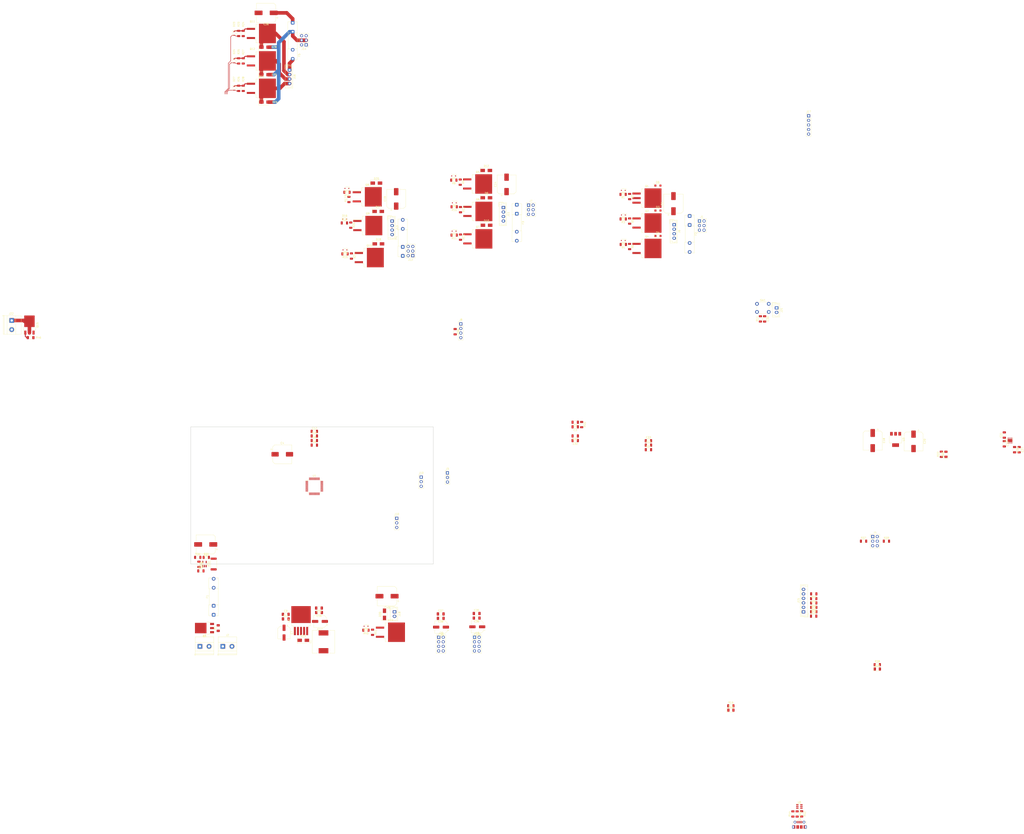
<source format=kicad_pcb>
(kicad_pcb (version 20211014) (generator pcbnew)
  (layers (0 "F.Cu" signal) (31 "B.Cu" signal) (34 "B.Paste" user) (35 "F.Paste" user) (36 "B.SilkS" user "B.Silkscreen") (37 "F.SilkS" user "F.Silkscreen") (38 "B.Mask" user) (39 "F.Mask" user) (44 "Edge.Cuts" user))
  (net 0 "")
  (net 1 "Vss")
  (net 2 "CURR_SENSE")
  (net 3 "+3V3")
  (net 4 "Net-(D13-Pad1)")
  (net 5 "Net-(D1-Pad1)")
  (net 6 "Net-(D6-Pad1)")
  (net 7 "Net-(D2-Pad1)")
  (net 8 "Net-(D3-Pad1)")
  (net 9 "Net-(Q3-Pad1)")
  (net 10 "Net-(J3-Pad1)")
  (net 11 "Net-(F1-Pad1)")
  (net 12 "Net-(D5-Pad1)")
  (net 13 "Net-(D4-Pad1)")
  (net 14 "Net-(D7-Pad1)")
  (net 15 "Net-(D12-Pad1)")
  (net 16 "Net-(D8-Pad1)")
  (net 17 "Net-(D9-Pad1)")
  (net 18 "Net-(D11-Pad1)")
  (net 19 "Net-(D10-Pad1)")
  (net 20 "Net-(D14-Pad1)")
  (net 21 "Net-(D20-Pad1)")
  (net 22 "Net-(D16-Pad1)")
  (net 23 "Net-(D17-Pad1)")
  (net 24 "Net-(D19-Pad1)")
  (net 25 "Net-(D18-Pad1)")
  (net 26 "Net-(D23-Pad1)")
  (net 27 "Net-(D28-Pad1)")
  (net 28 "Net-(D24-Pad1)")
  (net 29 "Net-(D25-Pad1)")
  (net 30 "Net-(D27-Pad1)")
  (net 31 "Net-(D26-Pad1)")
  (net 33 "STATUS_LED")
  (net 34 "Net-(D31-Pad1)")
  (net 35 "Net-(D30-Pad1)")
  (net 36 "OSC32_IN")
  (net 37 "OSC32_OUT")
  (net 38 "OSC_IN")
  (net 39 "OSC_OUT")
  (net 40 "RESET")
  (net 41 "PWM_4_GREEN")
  (net 42 "PWM_2_BLUE")
  (net 43 "VDDA")
  (net 44 "PWM_2_GREEN")
  (net 45 "VS_SENSE")
  (net 46 "PWM_4_RED")
  (net 47 "PWM_1_BLUE")
  (net 48 "PWM_1_RED")
  (net 49 "PWM_1_GREEN")
  (net 50 "BOOT1")
  (net 51 "/STM32_SCL2")
  (net 52 "/STM32_SDA2")
  (net 53 "FAN_SIG")
  (net 55 "BUTTON_1")
  (net 56 "BUTTON_2")
  (net 57 "BUTTON_3")
  (net 58 "BUTTON_4")
  (net 59 "/STM32_TX1")
  (net 60 "/STM32_RX1")
  (net 61 "PWR_5V")
  (net 62 "Net-(J8-Pad2)")
  (net 63 "CONN_1_5V")
  (net 64 "CONN_4_5V")
  (net 65 "Net-(J8-Pad3)")
  (net 66 "Net-(D15-Pad2)")
  (net 70 "PWM_3_GREEN")
  (net 71 "PWM_3_RED")
  (net 72 "BOOT0")
  (net 73 "PWM_3_BLUE")
  (net 74 "PWM_4_BLUE")
  (net 75 "CONN_2_5V")
  (net 76 "Net-(C20-Pad1)")
  (net 77 "CONN_3_5V")
  (net 78 "STM32_USB_MICRO+")
  (net 79 "STM32_USB_MICRO-")
  (net 80 "Net-(D29-Pad2)")
  (net 81 "/D-")
  (net 82 "/D+")
  (net 83 "Net-(F1-Pad2)")
  (net 84 "+5V")
  (net 85 "Net-(D22-Pad2)")
  (net 86 "Net-(J4-Pad3)")
  (net 87 "Net-(J4-Pad4)")
  (net 89 "Net-(J2-Pad1)")
  (net 90 "USB_VBUS")
  (net 92 "/STM32_USB-")
  (net 93 "/STM32_USB+")
  (net 94 "PWM_2_RED")
  (net 96 "Net-(FB1-Pad1)")
  (net 97 "GND")
  (net 98 "Net-(J6-Pad1)")
  (net 99 "Net-(J11-Pad1)")
  (net 100 "Net-(J13-Pad1)")
  (net 101 "Net-(J16-Pad1)")
  (net 102 "EXT_5V")
  (net 103 "Net-(J22-Pad1)")
  (net 104 "Net-(Q15-Pad1)")
  (footprint "TerminalBlock_Phoenix:TerminalBlock_Phoenix_MKDS-1,5-2-5.08_1x02_P5.08mm_Horizontal" (layer "F.Cu") (at 45.72 157.48)
    (fp_text reference "J2")
    (fp_text value "Screw_Terminal_01x02")
  )
  (footprint "Capacitor_SMD:C_1206_3216Metric" (layer "F.Cu") (at 96.52 45.72)
    (fp_text reference "C6")
    (fp_text value "100nF")
  )
  (footprint "Package_TO_SOT_SMD:TO-263-2" (layer "F.Cu") (at 281.105 -63.5)
    (fp_text reference "Q4")
    (fp_text value "IRF510N")
  )
  (footprint "Connector_JST:JST_EH_B2B-EH-A_1x02_P2.50mm_Vertical" (layer "F.Cu") (at 353.06 -30.48 -90)
    (fp_text reference "J21")
    (fp_text value "Conn_01x02_Female")
  )
  (footprint "Capacitor_SMD:CP_Elec_10x10.5" (layer "F.Cu") (at 136.858342 129.606862 180)
    (fp_text reference "C40")
    (fp_text value "100uF")
  )
  (footprint "Diode_SMD:D_SMA" (layer "F.Cu") (at 135.455847 139.692293 90)
    (fp_text reference "D30")
    (fp_text value "1N5001")
  )
  (footprint "Resistor_SMD:R_1206_3216Metric" (layer "F.Cu") (at 364.462358 250.54887 -90)
    (fp_text reference "R43")
    (fp_text value "20R")
  )
  (footprint "Diode_SMD:D_SOD-323" (layer "F.Cu") (at 268.041909 -82.062232 180)
    (fp_text reference "D2")
    (fp_text value "1N4148")
  )
  (footprint "Package_TO_SOT_SMD:TO-263-2" (layer "F.Cu") (at 67.11 -152.4)
    (fp_text reference "Q13")
    (fp_text value "IRF510N")
  )
  (footprint "Diode_SMD:D_SMA" (layer "F.Cu") (at 191.947314 -106.805731)
    (fp_text reference "D12")
    (fp_text value "1N4001")
  )
  (footprint "Resistor_SMD:R_1206_3216Metric" (layer "F.Cu") (at 344.083321 -24.381504 90)
    (fp_text reference "R14")
    (fp_text value "10K")
  )
  (footprint "Resistor_SMD:R_1206_3216Metric" (layer "F.Cu") (at 271.475844 -64.564884 -90)
    (fp_text reference "R6")
    (fp_text value "100K")
  )
  (footprint "Diode_SMD:D_SMA" (layer "F.Cu") (at 69.13 -175.26)
    (fp_text reference "D28")
    (fp_text value "1N4001")
  )
  (footprint "Resistor_SMD:R_1206_3216Metric" (layer "F.Cu") (at 401.32 99.06)
    (fp_text reference "R37")
    (fp_text value "100K")
  )
  (footprint "Resistor_SMD:R_1206_3216Metric" (layer "F.Cu") (at 36.548299 108.06136)
    (fp_text reference "R35")
    (fp_text value "1M")
  )
  (footprint "Package_TO_SOT_SMD:TO-263-3_TabPin2" (layer "F.Cu") (at 281.105 -91.44)
    (fp_text reference "Q1")
    (fp_text value "IRF510N")
  )
  (footprint "LED_SMD:LED_1206_3216Metric" (layer "F.Cu") (at 327.704894 192.905386)
    (fp_text reference "D15")
    (fp_text value "Green LED")
  )
  (footprint "Resistor_SMD:R_1206_3216Metric" (layer "F.Cu") (at 366.965481 250.493654 -90)
    (fp_text reference "R42")
    (fp_text value "20R")
  )
  (footprint "Capacitor_SMD:C_1206_3216Metric" (layer "F.Cu") (at 241.3 40.64 180)
    (fp_text reference "C31")
    (fp_text value "C")
  )
  (footprint "Package_TO_SOT_SMD:TO-263-2" (layer "F.Cu") (at 126.165 -76.2)
    (fp_text reference "Q9")
    (fp_text value "IRF510N")
  )
  (footprint "Resistor_SMD:R_1206_3216Metric" (layer "F.Cu") (at 177.630112 -85.026602 -90)
    (fp_text reference "R12")
    (fp_text value "100K")
  )
  (footprint "Resistor_SMD:R_1206_3216Metric" (layer "F.Cu") (at 33.557158 115.567782)
    (fp_text reference "R34")
    (fp_text value "10K")
  )
  (footprint "Resistor_SMD:R_1206_3216Metric" (layer "F.Cu") (at 113.204206 -77.643385)
    (fp_text reference "R18")
    (fp_text value "10K")
  )
  (footprint "Inductor_SMD:L_12x12mm_H8mm" (layer "F.Cu") (at 101.6 154.94 90)
    (fp_text reference "L1")
    (fp_text value "22u")
  )
  (footprint "Connector_PinHeader_2.54mm:PinHeader_1x03_P2.54mm_Vertical" (layer "F.Cu") (at 155.82 63.5)
    (fp_text reference "J10")
    (fp_text value "UART")
  )
  (footprint "Resistor_SMD:R_1206_3216Metric_Pad1.30x1.75mm_HandSolder" (layer "F.Cu") (at 43.18 147.32 90)
    (fp_text reference "R7")
    (fp_text value "10K")
  )
  (footprint "TerminalBlock_Phoenix:TerminalBlock_Phoenix_MKDS-1,5-2-5.08_1x02_P5.08mm_Horizontal" (layer "F.Cu") (at -71.425 -23.5 -90)
    (fp_text reference "J22")
    (fp_text value "Screw_Terminal_01x02")
  )
  (footprint "Resistor_SMD:R_1206_3216Metric_Pad1.30x1.75mm_HandSolder" (layer "F.Cu") (at -60.96 -13.97)
    (fp_text reference "R46")
    (fp_text value "10K")
  )
  (footprint "Fuse:Fuseholder_Clip-5x20mm_Littelfuse_111_Inline_P20.00x5.00mm_D1.05mm_Horizontal" (layer "F.Cu") (at 40.64 139.94 90)
    (fp_text reference "F1")
    (fp_text value "1A")
  )
  (footprint "Diode_SMD:D_SMA" (layer "F.Cu") (at 131.965 -84.055)
    (fp_text reference "D17")
    (fp_text value "1N4001")
  )
  (footprint "Capacitor_SMD:C_1206_3216Metric_Pad1.33x1.80mm_HandSolder" (layer "F.Cu") (at 166.671557 141.911908 180)
    (fp_text reference "C38")
    (fp_text value "100nF")
  )
  (footprint "Diode_SMD:D_SOD-323" (layer "F.Cu") (at 125.186234 146.303945 180)
    (fp_text reference "D31")
    (fp_text value "1N4148")
  )
  (footprint "Package_TO_SOT_SMD:SOT-23-5" (layer "F.Cu") (at 35.56 111.76 90)
    (fp_text reference "U5")
    (fp_text value "INA169")
  )
  (footprint "Resistor_SMD:R_1206_3216Metric" (layer "F.Cu") (at 414.02 99.06)
    (fp_text reference "R39")
    (fp_text value "100K")
  )
  (footprint "Diode_SMD:D_SOD-323" (layer "F.Cu") (at 113.494793 -62.667576 180)
    (fp_text reference "D19")
    (fp_text value "1N4148")
  )
  (footprint "Capacitor_SMD:C_1206_3216Metric" (layer "F.Cu") (at 479.447542 40.12879 90)
    (fp_text reference "C21")
    (fp_text value "1uF")
  )
  (footprint "Diode_SMD:D_SMA" (layer "F.Cu") (at 130.95465 -99.779079)
    (fp_text reference "D20")
    (fp_text value "1N4001")
  )
  (footprint "Connector_PinHeader_2.54mm:PinHeader_2x03_P2.54mm_Vertical" (layer "F.Cu") (at 91.995 -176.545 180)
    (fp_text reference "J14")
    (fp_text value "LED_FOUR_PWR")
  )
  (footprint "Capacitor_SMD:C_1206_3216Metric" (layer "F.Cu") (at 96.52 43.18)
    (fp_text reference "C8")
    (fp_text value "100nF")
  )
  (footprint "Capacitor_SMD:C_1206_3216Metric" (layer "F.Cu") (at 281.926027 43.298008)
    (fp_text reference "C33")
    (fp_text value "1u")
  )
  (footprint "Package_TO_SOT_SMD:TO-263-2" (layer "F.Cu") (at 187.125 -99.295)
    (fp_text reference "Q5")
    (fp_text value "IRF510N")
  )
  (footprint "Package_DFN_QFN:DFN-6-1EP_3x3mm_P0.95mm_EP1.7x2.6mm" (layer "F.Cu") (at 482.6 43.18 90)
    (fp_text reference "U4")
    (fp_text value "LD39050PU33R")
  )
  (footprint "Capacitor_SMD:CP_Elec_6.3x7.7" (layer "F.Cu") (at 166.828712 146.783735 180)
    (fp_text reference "C39")
    (fp_text value "100uF")
  )
  (footprint "Resistor_SMD:R_1206_3216Metric" (layer "F.Cu") (at 271.508107 -78.695998 -90)
    (fp_text reference "R5")
    (fp_text value "100K")
  )
  (footprint "Connector_JST:JST_EH_B4B-EH-A_1x04_P2.50mm_Vertical" (layer "F.Cu") (at 139.7 -78.7 -90)
    (fp_text reference "J13")
    (fp_text value "CONN_3")
  )
  (footprint "Connector_PinHeader_2.54mm:PinHeader_2x04_P2.54mm_Vertical" (layer "F.Cu") (at 165.52 152.4)
    (fp_text reference "J20")
    (fp_text value "Conn_02x04_Odd_Even")
  )
  (footprint "Capacitor_SMD:CP_Elec_10x10.5" (layer "F.Cu") (at 69.765 -194.31 180)
    (fp_text reference "C26")
    (fp_text value "100uF")
  )
  (footprint "Resistor_SMD:R_1206_3216Metric" (layer "F.Cu") (at 244.876009 34.320488 -90)
    (fp_text reference "R45")
    (fp_text value "1M")
  )
  (footprint "Resistor_SMD:R_1206_3216Metric" (layer "F.Cu") (at 173.923942 -101.425889 180)
    (fp_text reference "R8")
    (fp_text value "10K")
  )
  (footprint "Package_TO_SOT_SMD:TO-263-2" (layer "F.Cu") (at 138.75 149.625)
    (fp_text reference "Q14")
    (fp_text value "IRF510N")
  )
  (footprint "Resistor_SMD:R_1206_3216Metric" (layer "F.Cu") (at 117.11666 -59.280932 -90)
    (fp_text reference "R21")
    (fp_text value "100K")
  )
  (footprint "TerminalBlock_Phoenix:TerminalBlock_Phoenix_MKDS-1,5-2-5.08_1x02_P5.08mm_Horizontal" (layer "F.Cu") (at 33.02 157.48)
    (fp_text reference "J3")
    (fp_text value "PWR_SWITCH")
  )
  (footprint "Diode_SMD:D_SOD-323" (layer "F.Cu") (at 268.000083 -95.765448 180)
    (fp_text reference "D1")
    (fp_text value "1N4148")
  )
  (footprint "Diode_SMD:D_SOD-323" (layer "F.Cu") (at 267.990768 -67.890512 180)
    (fp_text reference "D5")
    (fp_text value "1N4148")
  )
  (footprint "Connector_PinHeader_2.54mm:PinHeader_1x03_P2.54mm_Vertical" (layer "F.Cu") (at 142.24 86.36)
    (fp_text reference "J10")
    (fp_text value "UART")
  )
  (footprint "Diode_SMD:D_SMA" (layer "F.Cu") (at 192.095321 -76.374829)
    (fp_text reference "D10")
    (fp_text value "1N4001")
  )
  (footprint "Diode_SMD:D_SMA" (layer "F.Cu") (at 132.08 -66.04)
    (fp_text reference "D18")
    (fp_text value "1N4001")
  )
  (footprint "Connector_JST:JST_EH_B4B-EH-A_1x04_P2.50mm_Vertical" (layer "F.Cu") (at 296.226581 -76.680829 -90)
    (fp_text reference "J6")
    (fp_text value "CONN_1")
  )
  (footprint "Capacitor_SMD:CP_Elec_10x10" (layer "F.Cu") (at 429.058284 43.625387 -90)
    (fp_text reference "C20")
    (fp_text value "10uF")
  )
  (footprint "Diode_SMD:D_SOD-323" (layer "F.Cu") (at 173.792535 -103.750242 180)
    (fp_text reference "D7")
    (fp_text value "1N4148")
  )
  (footprint "Resistor_SMD:R_1206_3216Metric" (layer "F.Cu") (at 444.5 50.8 90)
    (fp_text reference "R22")
    (fp_text value "15K")
  )
  (footprint "Resistor_SMD:R_1206_3216Metric" (layer "F.Cu") (at 271.497093 -92.323388 -90)
    (fp_text reference "R2")
    (fp_text value "100k")
  )
  (footprint "Resistor_SMD:R_1206_3216Metric" (layer "F.Cu") (at 362.091074 250.542079 90)
    (fp_text reference "R44")
    (fp_text value "4.7K")
  )
  (footprint "Capacitor_SMD:CP_Elec_10x10" (layer "F.Cu") (at 141.940983 -91.005662 90)
    (fp_text reference "C19")
    (fp_text value "100uF")
  )
  (footprint "Resistor_SMD:R_1206_3216Metric" (layer "F.Cu") (at 267.880448 -93.510598 180)
    (fp_text reference "R1")
    (fp_text value "10k")
  )
  (footprint "Connector_JST:JST_EH_B6B-EH-A_1x06_P2.50mm_Vertical" (layer "F.Cu") (at 368 138.33 90)
    (fp_text reference "J15")
    (fp_text value "Conn_01x06_Male")
  )
  (footprint "Connector_PinHeader_2.54mm:PinHeader_1x05_P2.54mm_Vertical" (layer "F.Cu") (at 370.84 -137.155)
    (fp_text reference "J17")
    (fp_text value "TST")
  )
  (footprint "Diode_SMD:D_SOD-323" (layer "F.Cu") (at 51.985 -152.4 -90)
    (fp_text reference "D27")
    (fp_text value "1N4148")
  )
  (footprint "Package_TO_SOT_SMD:TO-263-2" (layer "F.Cu") (at 127 -58.42)
    (fp_text reference "Q10")
    (fp_text value "IRF510N")
  )
  (footprint "Fuse:Fuseholder_Clip-5x20mm_Littelfuse_111_Inline_P20.00x5.00mm_D1.05mm_Horizontal" (layer "F.Cu") (at 304.8 -81.52 -90)
    (fp_text reference "F2")
    (fp_text value "1A")
  )
  (footprint "Resistor_SMD:R_1206_3216Metric" (layer "F.Cu") (at 31.805174 108.052302)
    (fp_text reference "R36")
    (fp_text value "10M")
  )
  (footprint "Diode_SMD:D_SMA" (layer "F.Cu") (at 69.13 -144.78)
    (fp_text reference "D26")
    (fp_text value "1N4001")
  )
  (footprint "Diode_SMD:D_SOD-323" (layer "F.Cu") (at 51.985 -167.64 -90)
    (fp_text reference "D24")
    (fp_text value "1N4148")
  )
  (footprint "LED_SMD:LED_1206_3216Metric" (layer "F.Cu") (at 408.996242 170.051129)
    (fp_text reference "D29")
    (fp_text value "RED LED")
  )
  (footprint "Resistor_SMD:R_1206_3216Metric" (layer "F.Cu") (at 115.71465 -90.696579 90)
    (fp_text reference "R17")
    (fp_text value "100K")
  )
  (footprint "Package_TO_SOT_SMD:SOT-23-6" (layer "F.Cu") (at 365.704499 246.38)
    (fp_text reference "U6")
    (fp_text value "USBLC6-2SC6")
  )
  (footprint "Capacitor_SMD:CP_Elec_6.3x7.7" (layer "F.Cu") (at 79.710116 149.86 -90)
    (fp_text reference "C7")
    (fp_text value "680u")
  )
  (footprint "Connector_PinHeader_2.54mm:PinHeader_2x04_P2.54mm_Vertical" (layer "F.Cu") (at 185.42 152.4)
    (fp_text reference "J19")
    (fp_text value "Conn_02x04_Odd_Even")
  )
  (footprint "Diode_SMD:D_SMA" (layer "F.Cu") (at 69.13 -160.02)
    (fp_text reference "D25")
    (fp_text value "1N4001")
  )
  (footprint "Button_Switch_THT:SW_PUSH_6mm" (layer "F.Cu") (at 342.19 -32.73)
    (fp_text reference "SW1")
    (fp_text value "SW_Push_Dual")
  )
  (footprint "Package_TO_SOT_SMD:SOT-223-3_TabPin2" (layer "F.Cu") (at 419.1 42.57 -90)
    (fp_text reference "U3")
    (fp_text value "LD1117S50TR_SOT223")
  )
  (footprint "Capacitor_SMD:C_1206_3216Metric_Pad1.33x1.80mm_HandSolder" (layer "F.Cu") (at 186.602772 139.229851)
    (fp_text reference "C35")
    (fp_text value "10nF")
  )
  (footprint "Capacitor_SMD:C_1206_3216Metric" (layer "F.Cu") (at 96.52 40.64)
    (fp_text reference "C10")
    (fp_text value "100nF")
  )
  (footprint "Resistor_SMD:R_1206_3216Metric" (layer "F.Cu") (at 177.488954 -100.305472 -90)
    (fp_text reference "R9")
    (fp_text value "100K")
  )
  (footprint "Package_TO_SOT_SMD:TO-252-3_TabPin2" (layer "F.Cu") (at -61.595 -20.955 90)
    (fp_text reference "Q15")
    (fp_text value "Q_PMOS_SDG")
  )
  (footprint "Resistor_SMD:R_1206_3216Metric" (layer "F.Cu") (at 54.525 -152.4 -90)
    (fp_text reference "R26")
    (fp_text value "10K")
  )
  (footprint "Fuse:Fuseholder_Clip-5x20mm_Littelfuse_111_Inline_P20.00x5.00mm_D1.05mm_Horizontal" (layer "F.Cu") (at 84.499028 -188.82741 -90)
    (fp_text reference "F5")
    (fp_text value "1A")
  )
  (footprint "Capacitor_SMD:C_1206_3216Metric" (layer "F.Cu") (at 241.3 33.02 180)
    (fp_text reference "C2")
    (fp_text value "C")
  )
  (footprint "Connector_PinHeader_2.54mm:PinHeader_1x03_P2.54mm_Vertical" (layer "F.Cu") (at 170.4 61.15)
    (fp_text reference "J5")
    (fp_text value "Conn_01x03_Female")
  )
  (footprint "Capacitor_SMD:CP_Elec_10x10.5" (layer "F.Cu") (at 36.23357 100.870219 180)
    (fp_text reference "C5")
    (fp_text value "1000u")
  )
  (footprint "Capacitor_SMD:C_1206_3216Metric_Pad1.33x1.80mm_HandSolder" (layer "F.Cu") (at 99.09089 136.197179 180)
    (fp_text reference "C15")
    (fp_text value "10nF")
  )
  (footprint "Diode_SMD:D_SOD-323" (layer "F.Cu") (at 51.985 -182.88 -90)
    (fp_text reference "D23")
    (fp_text value "1N4148")
  )
  (footprint "Resistor_SMD:R_1206_3216Metric" (layer "F.Cu") (at 54.525 -167.64 -90)
    (fp_text reference "R25")
    (fp_text value "10K")
  )
  (footprint "Capacitor_SMD:C_1206_3216Metric" (layer "F.Cu") (at 485.14 48.26 -90)
    (fp_text reference "C25")
    (fp_text value "1uF")
  )
  (footprint "Connector_JST:JST_EH_B4B-EH-A_1x04_P2.50mm_Vertical" (layer "F.Cu") (at 82.765 -162.56 -90)
    (fp_text reference "J16")
    (fp_text value "CONN_4")
  )
  (footprint "Package_TO_SOT_SMD:TO-263-2" (layer "F.Cu") (at 125.87465 -92.159079)
    (fp_text reference "Q8")
    (fp_text value "IRF510N")
  )
  (footprint "Diode_SMD:D_SMA" (layer "F.Cu") (at 192.007906 -91.636683)
    (fp_text reference "D9")
    (fp_text value "1N4001")
  )
  (footprint "Diode_SMD:D_SOD-123F" (layer "F.Cu") (at 287.197358 -98.397408)
    (fp_text reference "D6")
    (fp_text value "1N4001")
  )
  (footprint "Capacitor_SMD:C_1206_3216Metric" (layer "F.Cu") (at 96.52 38.1)
    (fp_text reference "C12")
    (fp_text value "100nF")
  )
  (footprint "Connector_JST:JST_EH_B4B-EH-A_1x04_P2.50mm_Vertical" (layer "F.Cu") (at 201.457578 -86.223486 -90)
    (fp_text reference "J11")
    (fp_text value "CONN_2")
  )
  (footprint "Resistor_SMD:R_1206_3216Metric" (layer "F.Cu") (at 125.147792 148.494437 180)
    (fp_text reference "R40")
    (fp_text value "10K")
  )
  (footprint "Capacitor_SMD:C_1206_3216Metric_Pad1.33x1.80mm_HandSolder" (layer "F.Cu") (at 99.130443 138.688966 180)
    (fp_text reference "C16")
    (fp_text value "100nF")
  )
  (footprint "Capacitor_SMD:C_1206_3216Metric_Pad1.33x1.80mm_HandSolder" (layer "F.Cu") (at 166.657841 139.467863)
    (fp_text reference "C37")
    (fp_text value "10nF")
  )
  (footprint "Connector_PinHeader_2.54mm:PinHeader_2x03_P2.54mm_Vertical" (layer "F.Cu") (at 215.404126 -87.537416)
    (fp_text reference "J7")
    (fp_text value "LED_TWO_PWR")
  )
  (footprint "Resistor_SMD:R_1206_3216Metric" (layer "F.Cu") (at 174.121148 -70.911406 180)
    (fp_text reference "R11")
    (fp_text value "10K")
  )
  (footprint "Diode_SMD:D_SOD-323" (layer "F.Cu") (at 114.56054 -96.839006 180)
    (fp_text reference "D14")
    (fp_text value "1N4148")
  )
  (footprint "Diode_SMD:D_SOD-323" (layer "F.Cu") (at 174.21 -88.82339 180)
    (fp_text reference "D8")
    (fp_text value "1N4148")
  )
  (footprint "Connector_PinHeader_2.54mm:PinHeader_2x03_P2.54mm_Vertical" (layer "F.Cu") (at 310.261795 -78.74)
    (fp_text reference "J1")
    (fp_text value "LED_ONE_PWR")
  )
  (footprint "Resistor_SMD:R_1206_3216Metric" (layer "F.Cu") (at 267.990768 -65.724478 180)
    (fp_text reference "R4")
    (fp_text value "10K")
  )
  (footprint "Resistor_SMD:R_1206_3216Metric" (layer "F.Cu") (at 373.674485 133.368372 180)
    (fp_text reference "R30")
    (fp_text value "10K")
  )
  (footprint "Package_TO_SOT_SMD:TO-263-2" (layer "F.Cu") (at 281.117037 -77.60802)
    (fp_text reference "Q2")
    (fp_text value "IRF510N")
  )
  (footprint "Package_TO_SOT_SMD:TO-263-2" (layer "F.Cu") (at 187.24 -84.055)
    (fp_text reference "Q6")
    (fp_text value "IRF510N")
  )
  (footprint "Connector_JST:JST_EH_B2B-EH-A_1x02_P2.50mm_Vertical" (layer "F.Cu") (at 141.024521 138.290875 -90)
    (fp_text reference "J18")
    (fp_text value "Conn_01x02_Female")
  )
  (footprint "Package_TO_SOT_SMD:TO-263-2" (layer "F.Cu") (at 67.11 -182.88)
    (fp_text reference "Q11")
    (fp_text value "IRF510N")
  )
  (footprint "LED_SMD:LED_1206_3216Metric" (layer "F.Cu") (at 447.04 50.8 90)
    (fp_text reference "D22")
    (fp_text value "Blue LED")
  )
  (footprint "Capacitor_SMD:C_1206_3216Metric" (layer "F.Cu") (at 174.677244 -17.258687 -90)
    (fp_text reference "C29")
    (fp_text value "01.uF")
  )
  (footprint "Capacitor_SMD:CP_Elec_10x10.5" (layer "F.Cu") (at 295.819937 -88.375448 90)
    (fp_text reference "C1")
    (fp_text value "100uF")
  )
  (footprint "Package_TO_SOT_SMD:TO-263-2" (layer "F.Cu") (at 187.24 -68.815)
    (fp_text reference "Q7")
    (fp_text value "IRF510N")
  )
  (footprint "Capacitor_SMD:C_1206_3216Metric" (layer "F.Cu") (at 32.477336 111.905007 -90)
    (fp_text reference "C28")
    (fp_text value "01.uF")
  )
  (footprint "Capacitor_SMD:CP_Elec_10x10" (layer "F.Cu") (at 78.74 50.8)
    (fp_text reference "C4")
    (fp_text value "100uF")
  )
  (footprint "Resistor_SMD:R_1206_3216Metric" (layer "F.Cu") (at 57.065 -152.4 -90)
    (fp_text reference "R28")
    (fp_text value "100K")
  )
  (footprint "Package_TO_SOT_SMD:TO-263-5_TabPin3" (layer "F.Cu") (at 89.135 143.19 90)
    (fp_text reference "U2")
    (fp_text value "LM2596S-5")
  )
  (footprint "Resistor_SMD:R_1206_3216Metric" (layer "F.Cu") (at 114.63715 -94.699079 180)
    (fp_text reference "R15")
    (fp_text value "10K")
  )
  (footprint "Capacitor_SMD:C_1206_3216Metric" (layer "F.Cu") (at 241.3 35.56 180)
    (fp_text reference "C3")
    (fp_text value "C")
  )
  (footprint "Resistor_SMD:R_1206_3216Metric" (layer "F.Cu") (at 57.065 -167.64 -90)
    (fp_text reference "R27")
    (fp_text value "100K")
  )
  (footprint "Fuse:Fuseholder_Clip-5x20mm_Littelfuse_111_Inline_P20.00x5.00mm_D1.05mm_Horizontal" (layer "F.Cu") (at 145.582954 -59.359937 90)
    (fp_text reference "F4")
    (fp_text value "1A")
  )
  (footprint "Connector_USB:USB_Micro-B_Molex-105017-0001" (layer "F.Cu") (at 365.76 256.54)
    (fp_text reference "J9")
    (fp_text value "USB_B_Micro")
  )
  (footprint "Diode_SMD:D_SOD-323" (layer "F.Cu") (at 174.079822 -73.104579 180)
    (fp_text reference "D11")
    (fp_text value "1N4148")
  )
  (footprint "Capacitor_SMD:C_1206_3216Metric" (layer "F.Cu") (at 241.3 43.18 180)
    (fp_text reference "C32")
    (fp_text value "C")
  )
  (footprint "Connector_PinHeader_2.54mm:PinHeader_2x03_P2.54mm_Vertical" (layer "F.Cu") (at 406.4 96.52)
    (fp_text reference "J4")
    (fp_text value "Conn_02x03_Odd_Even")
  )
  (footprint "Fuse:Fuseholder_Clip-5x20mm_Littelfuse_111_Inline_P20.00x5.00mm_D1.05mm_Horizontal" (layer "F.Cu") (at 208.869968 -87.777416 -90)
    (fp_text reference "F3")
    (fp_text value "1A")
  )
  (footprint "Resistor_SMD:R_1206_3216Metric" (layer "F.Cu") (at 57.065 -182.88 -90)
    (fp_text reference "R24")
    (fp_text value "100K")
  )
  (footprint "Capacitor_SMD:C_1206_3216Metric" (layer "F.Cu") (at 281.94 48.26)
    (fp_text reference "C34")
    (fp_text value "10n")
  )
  (footprint "Capacitor_SMD:C_1206_3216Metric_Pad1.33x1.80mm_HandSolder" (layer "F.Cu") (at 80.676198 142.24)
    (fp_text reference "C11")
    (fp_text value "100nF")
  )
  (footprint "Resistor_SMD:R_1206_3216Metric" (layer "F.Cu") (at 116.725 -76.435 -90)
    (fp_text reference "R20")
    (fp_text value "100K")
  )
  (footprint "Capacitor_SMD:C_1206_3216Metric" (layer "F.Cu") (at 487.68 48.26 -90)
    (fp_text reference "C27")
    (fp_text value "100nF")
  )
  (footprint "Resistor_SMD:R_1206_3216Metric" (layer "F.Cu") (at 373.686755 128.325249 180)
    (fp_text reference "R32")
    (fp_text value "10K")
  )
  (footprint "Capacitor_SMD:C_1206_3216Metric_Pad1.33x1.80mm_HandSolder" (layer "F.Cu") (at 186.609974 141.771222 180)
    (fp_text reference "C36")
    (fp_text value "100nF")
  )
  (footprint "Package_TO_SOT_SMD:TO-252-3_TabPin2" (layer "F.Cu") (at 35.56 147.32 180)
    (fp_text reference "Q3")
    (fp_text value "Q_PMOS_SDG")
  )
  (footprint "Resistor_SMD:R_1206_3216Metric" (layer "F.Cu") (at 177.634285 -69.766353 -90)
    (fp_text reference "R13")
    (fp_text value "100K")
  )
  (footprint "Capacitor_SMD:C_1206_3216Metric" (layer "F.Cu") (at 479.447542 44.985279 -90)
    (fp_text reference "C22")
    (fp_text value "100nF")
  )
  (footprint "Resistor_SMD:R_1206_3216Metric" (layer "F.Cu") (at 128.81523 149.652575 -90)
    (fp_text reference "R41")
    (fp_text value "100K")
  )
  (footprint "Resistor_SMD:R_1206_3216Metric" (layer "F.Cu") (at 373.656079 130.957209 180)
    (fp_text reference "R31")
    (fp_text value "10K")
  )
  (footprint "Resistor_SMD:R_1206_3216Metric" (layer "F.Cu") (at 54.525 -182.88 -90)
    (fp_text reference "R23")
    (fp_text value "10K")
  )
  (footprint "Connector_PinHeader_2.54mm:PinHeader_2x03_P2.54mm_Vertical" (layer "F.Cu") (at 151.146278 -59.493596 180)
    (fp_text reference "J12")
    (fp_text value "LED_THREE_PWR")
  )
  (footprint "Capacitor_SMD:C_1206_3216Metric" (layer "F.Cu") (at 346.414342 -24.36399 -90)
    (fp_text reference "C30")
    (fp_text value "1uF")
  )
  (footprint "Resistor_SMD:R_2512_6332Metric" (layer "F.Cu") (at 40.64 111.76 90)
    (fp_text reference "R33")
    (fp_text value "0.1R")
  )
  (footprint "Capacitor_SMD:CP_Elec_10x10.5" (layer "F.Cu") (at 406.4 43.18 -90)
    (fp_text reference "C18")
    (fp_text value "10uF")
  )
  (footprint "Resistor_SMD:R_1206_3216Metric" (layer "F.Cu") (at 113.537867 -60.466183 180)
    (fp_text reference "R19")
    (fp_text value "10K")
  )
  (footprint "Connector_PinHeader_2.54mm:PinHeader_1x04_P2.54mm_Vertical" (layer "F.Cu") (at 177.8 -21.58)
    (fp_text reference "J8")
    (fp_text value "SWD")
  )
  (footprint "Capacitor_SMD:C_1206_3216Metric" (layer "F.Cu") (at 373.627834 140.702163)
    (fp_text reference "C23")
    (fp_text value "100nF")
  )
  (footprint "Capacitor_SMD:C_1206_3216Metric" (layer "F.Cu") (at 281.94 45.72)
    (fp_text reference "C13")
    (fp_text value "100nF")
  )
  (footprint "Capacitor_SMD:C_1206_3216Metric_Pad1.33x1.80mm_HandSolder" (layer "F.Cu") (at 80.635945 139.7)
    (fp_text reference "C9")
    (fp_text value "10nF")
  )
  (footprint "Resistor_SMD:R_1206_3216Metric" (layer "F.Cu") (at 327.66 190.5)
    (fp_text reference "R16")
    (fp_text value "15K")
  )
  (footprint "Capacitor_SMD:CP_Elec_10x10" (layer "F.Cu") (at 203.2 -99.06 90)
    (fp_text reference "C14")
    (fp_text value "100uF")
  )
  (footprint "Resistor_SMD:R_1206_3216Metric" (layer "F.Cu") (at 408.94 167.64)
    (fp_text reference "R38")
    (fp_text value "15K")
  )
  (footprint "Resistor_SMD:R_1206_3216Metric" (layer "F.Cu") (at 174.128784 -86.618557 180)
    (fp_text reference "R10")
    (fp_text value "10K")
  )
  (footprint "Diode_SMD:D_SOD-123F" (layer "F.Cu") (at 287.25467 -70.435545)
    (fp_text reference "D4")
    (fp_text value "1N4001")
  )
  (footprint "Diode_SMD:D_SMA" (layer "F.Cu") (at 90.382605 154.110746)
    (fp_text reference "D13")
    (fp_text value "1N5821")
  )
  (footprint "Capacitor_SMD:CP_Elec_6.3x7.7" (layer "F.Cu") (at 99.650808 143.620545 180)
    (fp_text reference "C17")
    (fp_text value "220u")
  )
  (footprint "Diode_SMD:D_SOD-323" (layer "F.Cu") (at 113.38843 -79.824719)
    (fp_text reference "D16")
    (fp_text value "1N4148")
  )
  (footprint "Package_TO_SOT_SMD:TO-263-2" (layer "F.Cu") (at 67.11 -167.64)
    (fp_text reference "Q12")
    (fp_text value "IRF510N")
  )
  (footprint "Resistor_SMD:R_1206_3216Metric" (layer "F.Cu") (at 373.683754 135.834817 180)
    (fp_text reference "R29")
    (fp_text value "10K")
  )
  (footprint "Diode_SMD:D_SOD-123F" (layer "F.Cu") (at 287.227595 -84.537046)
    (fp_text reference "D3")
    (fp_text value "1N4001")
  )
  (footprint "Package_QFP:LQFP-48_7x7mm_P0.5mm" (layer "F.Cu") (at 96.52 68.58)
    (fp_text reference "U1")
    (fp_text value "STM32F103C8Tx")
  )
  (footprint "Capacitor_SMD:C_1206_3216Metric" (layer "F.Cu") (at 373.663669 138.256986)
    (fp_text reference "C24")
    (fp_text value "10nF")
  )
  (footprint "Capacitor_SMD:CP_Elec_6.3x7.7" (layer "F.Cu") (at 186.940719 146.612661 180)
    (fp_text reference "C100")
    (fp_text value "100uF")
  )
  (footprint "Resistor_SMD:R_1206_3216Metric" (layer "F.Cu") (at 267.928687 -79.854682 180)
    (fp_text reference "R3")
    (fp_text value "10K")
  )
  (gr_rect (start 27.94 35.56) (end 162.56 111.76) (layer "Edge.Cuts") (width 0.2) (fill none))
  (segment (start 54.525 -184.3425) (end 52.3975 -184.3425) (width 0.508) (layer "F.Cu") (net 26))
  (segment (start 58.1425 -185.42) (end 57.065 -184.3425) (width 0.508) (layer "F.Cu") (net 26))
  (segment (start 52.3975 -184.3425) (end 51.985 -183.93) (width 0.508) (layer "F.Cu") (net 26))
  (segment (start 61.335 -185.42) (end 58.1425 -185.42) (width 0.508) (layer "F.Cu") (net 26))
  (segment (start 57.065 -184.3425) (end 54.525 -184.3425) (width 0.508) (layer "F.Cu") (net 26))
  (segment (start 67.13 -179.525) (end 70.485 -182.88) (width 2) (layer "F.Cu") (net 27))
  (segment (start 79.655626 -178.278026) (end 75.053652 -182.88) (width 2) (layer "F.Cu") (net 27))
  (segment (start 75.053652 -182.88) (end 70.485 -182.88) (width 2) (layer "F.Cu") (net 27))
  (segment (start 67.13 -175.26) (end 67.13 -179.525) (width 2) (layer "F.Cu") (net 27))
  (segment (start 81.79 -160.06) (end 79.655626 -162.194374) (width 2) (layer "F.Cu") (net 27))
  (segment (start 79.655626 -162.194374) (end 79.655626 -178.278026) (width 2) (layer "F.Cu") (net 27))
  (segment (start 82.765 -160.06) (end 81.79 -160.06) (width 2) (layer "F.Cu") (net 27))
  (segment (start 61.335 -170.18) (end 58.1425 -170.18) (width 0.508) (layer "F.Cu") (net 28))
  (segment (start 58.1425 -170.18) (end 57.065 -169.1025) (width 0.508) (layer "F.Cu") (net 28))
  (segment (start 52.3975 -169.1025) (end 51.985 -168.69) (width 0.508) (layer "F.Cu") (net 28))
  (segment (start 54.525 -169.1025) (end 52.3975 -169.1025) (width 0.508) (layer "F.Cu") (net 28))
  (segment (start 57.065 -169.1025) (end 54.525 -169.1025) (width 0.508) (layer "F.Cu") (net 28))
  (segment (start 77.027446 -165.93558) (end 77.027446 -161.012554) (width 2) (layer "F.Cu") (net 29))
  (segment (start 67.13 -160.02) (end 67.13 -164.285) (width 2) (layer "F.Cu") (net 29))
  (segment (start 80.48 -157.56) (end 82.765 -157.56) (width 2) (layer "F.Cu") (net 29))
  (segment (start 75.323026 -167.64) (end 77.027446 -165.93558) (width 2) (layer "F.Cu") (net 29))
  (segment (start 67.13 -164.285) (end 70.485 -167.64) (width 2) (layer "F.Cu") (net 29))
  (segment (start 77.027446 -161.012554) (end 80.48 -157.56) (width 2) (layer "F.Cu") (net 29))
  (segment (start 70.485 -167.64) (end 75.323026 -167.64) (width 2) (layer "F.Cu") (net 29))
  (segment (start 57.065 -153.8625) (end 54.525 -153.8625) (width 0.508) (layer "F.Cu") (net 30))
  (segment (start 61.335 -154.94) (end 58.1425 -154.94) (width 0.508) (layer "F.Cu") (net 30))
  (segment (start 54.525 -153.8625) (end 52.3975 -153.8625) (width 0.508) (layer "F.Cu") (net 30))
  (segment (start 52.3975 -153.8625) (end 51.985 -153.45) (width 0.508) (layer "F.Cu") (net 30))
  (segment (start 58.1425 -154.94) (end 57.065 -153.8625) (width 0.508) (layer "F.Cu") (net 30))
  (segment (start 77.35464 -152.4) (end 80.01464 -155.06) (width 2) (layer "F.Cu") (net 31))
  (segment (start 80.01464 -155.06) (end 82.765 -155.06) (width 2) (layer "F.Cu") (net 31))
  (segment (start 67.13 -144.78) (end 67.13 -149.045) (width 2) (layer "F.Cu") (net 31))
  (segment (start 70.485 -152.4) (end 77.35464 -152.4) (width 2) (layer "F.Cu") (net 31))
  (segment (start 67.13 -149.045) (end 70.485 -152.4) (width 2) (layer "F.Cu") (net 31))
  (segment (start 50.935 -181.83) (end 50.08 -180.975) (width 0.25) (layer "F.Cu") (net 41))
  (segment (start 51.985 -181.83) (end 50.935 -181.83) (width 0.25) (layer "F.Cu") (net 41))
  (segment (start 50.08 -180.975) (end 50.08 -167.64) (width 0.25) (layer "F.Cu") (net 41))
  (segment (start 52.974559 -181.4175) (end 52.562059 -181.83) (width 0.25) (layer "F.Cu") (net 41))
  (segment (start 46.905 -150.497792) (end 46.905 -149.225) (width 0.25) (layer "F.Cu") (net 41))
  (segment (start 52.562059 -181.83) (end 51.985 -181.83) (width 0.25) (layer "F.Cu") (net 41))
  (segment (start 50.08 -167.64) (end 48.81 -166.37) (width 0.25) (layer "F.Cu") (net 41))
  (segment (start 48.81 -166.37) (end 48.81 -152.402792) (width 0.25) (layer "F.Cu") (net 41))
  (segment (start 54.525 -181.4175) (end 52.974559 -181.4175) (width 0.25) (layer "F.Cu") (net 41))
  (segment (start 48.81 -152.402792) (end 46.905 -150.497792) (width 0.25) (layer "F.Cu") (net 41))
  (segment (start 49.445 -152.401396) (end 47.54 -150.496396) (width 0.25) (layer "F.Cu") (net 46))
  (segment (start 47.54 -150.496396) (end 47.54 -149.225) (width 0.25) (layer "F.Cu") (net 46))
  (segment (start 52.999112 -166.1775) (end 52.586612 -166.59) (width 0.25) (layer "F.Cu") (net 46))
  (segment (start 50.3 -166.59) (end 49.445 -165.735) (width 0.25) (layer "F.Cu") (net 46))
  (segment (start 51.985 -166.59) (end 50.3 -166.59) (width 0.25) (layer "F.Cu") (net 46))
  (segment (start 54.525 -166.1775) (end 52.999112 -166.1775) (width 0.25) (layer "F.Cu") (net 46))
  (segment (start 49.445 -165.735) (end 49.445 -152.401396) (width 0.25) (layer "F.Cu") (net 46))
  (segment (start 52.586612 -166.59) (end 51.985 -166.59) (width 0.25) (layer "F.Cu") (net 46))
  (segment (start 71.13 -175.26) (end 73.575 -175.26) (width 2) (layer "F.Cu") (net 64))
  (segment (start 84.520987 -181.459013) (end 84.520987 -183.805451) (width 2) (layer "F.Cu") (net 64))
  (segment (start 89.455 -179.085) (end 86.895 -179.085) (width 2) (layer "F.Cu") (net 64))
  (segment (start 91.995 -179.085) (end 89.455 -179.085) (width 2) (layer "F.Cu") (net 64))
  (segment (start 84.499028 -191.005972) (end 81.195 -194.31) (width 2) (layer "F.Cu") (net 64))
  (segment (start 71.13 -160.02) (end 74.21 -160.02) (width 2) (layer "F.Cu") (net 64))
  (segment (start 81.195 -194.31) (end 73.965 -194.31) (width 2) (layer "F.Cu") (net 64))
  (segment (start 84.520987 -183.805451) (end 84.499028 -183.82741) (width 2) (layer "F.Cu") (net 64))
  (segment (start 84.499028 -188.82741) (end 84.499028 -191.005972) (width 2) (layer "F.Cu") (net 64))
  (segment (start 71.13 -144.78) (end 74.21 -144.78) (width 2) (layer "F.Cu") (net 64))
  (segment (start 86.895 -179.085) (end 84.520987 -181.459013) (width 2) (layer "F.Cu") (net 64))
  (via (at 74.21 -144.78) (size 0.8) (drill 0.4) (layers "F.Cu" "B.Cu") (net 64))
  (via (at 74.21 -160.02) (size 0.8) (drill 0.4) (layers "F.Cu" "B.Cu") (net 64))
  (via (at 73.575 -175.26) (size 0.8) (drill 0.4) (layers "F.Cu" "B.Cu") (net 64))
  (segment (start 76.75 -146.685) (end 76.75 -162.56) (width 2) (layer "B.Cu") (net 64))
  (segment (start 73.575 -175.26) (end 75.931618 -175.26) (width 2) (layer "B.Cu") (net 64))
  (segment (start 74.21 -160.02) (end 76.75 -162.56) (width 2) (layer "B.Cu") (net 64))
  (segment (start 76.75 -176.078382) (end 76.75 -177.8) (width 2) (layer "B.Cu") (net 64))
  (segment (start 74.21 -144.78) (end 74.845 -144.78) (width 2) (layer "B.Cu") (net 64))
  (segment (start 75.931618 -175.26) (end 76.75 -176.078382) (width 2) (layer "B.Cu") (net 64))
  (segment (start 76.75 -162.56) (end 76.75 -176.078382) (width 2) (layer "B.Cu") (net 64))
  (segment (start 76.75 -177.8) (end 82.77741 -183.82741) (width 2) (layer "B.Cu") (net 64))
  (segment (start 74.845 -144.78) (end 76.75 -146.685) (width 2) (layer "B.Cu") (net 64))
  (segment (start 82.77741 -183.82741) (end 84.499028 -183.82741) (width 2) (layer "B.Cu") (net 64))
  (segment (start 48.175 -150.495) (end 48.175 -149.225) (width 0.25) (layer "F.Cu") (net 74))
  (segment (start 52.833682 -151.35) (end 51.985 -151.35) (width 0.25) (layer "F.Cu") (net 74))
  (segment (start 51.985 -151.35) (end 49.03 -151.35) (width 0.25) (layer "F.Cu") (net 74))
  (segment (start 53.246182 -150.9375) (end 52.833682 -151.35) (width 0.25) (layer "F.Cu") (net 74))
  (segment (start 54.525 -150.9375) (end 53.246182 -150.9375) (width 0.25) (layer "F.Cu") (net 74))
  (segment (start 49.03 -151.35) (end 48.175 -150.495) (width 0.25) (layer "F.Cu") (net 74))
  (segment (start 82.765 -162.56) (end 82.765 -166.293382) (width 2) (layer "F.Cu") (net 101))
  (segment (start 82.765 -166.293382) (end 84.499028 -168.02741) (width 2) (layer "F.Cu") (net 101))
  (segment (start -61.595 -23.055) (end -64.33 -23.055) (width 2) (layer "F.Cu") (net 103))
  (segment (start -64.775 -23.5) (end -71.425 -23.5) (width 2) (layer "F.Cu") (net 103))
  (segment (start -61.595 -16.755) (end -61.595 -23.055) (width 2) (layer "F.Cu") (net 103))
  (segment (start -64.33 -23.055) (end -64.775 -23.5) (width 2) (layer "F.Cu") (net 103))
  (segment (start -63.875 -14.691135) (end -63.875 -16.755) (width 0.508) (layer "F.Cu") (net 104))
  (segment (start -63.153865 -13.97) (end -63.875 -14.691135) (width 0.508) (layer "F.Cu") (net 104))
  (segment (start -62.51 -13.97) (end -63.153865 -13.97) (width 0.508) (layer "F.Cu") (net 104))
)
</source>
